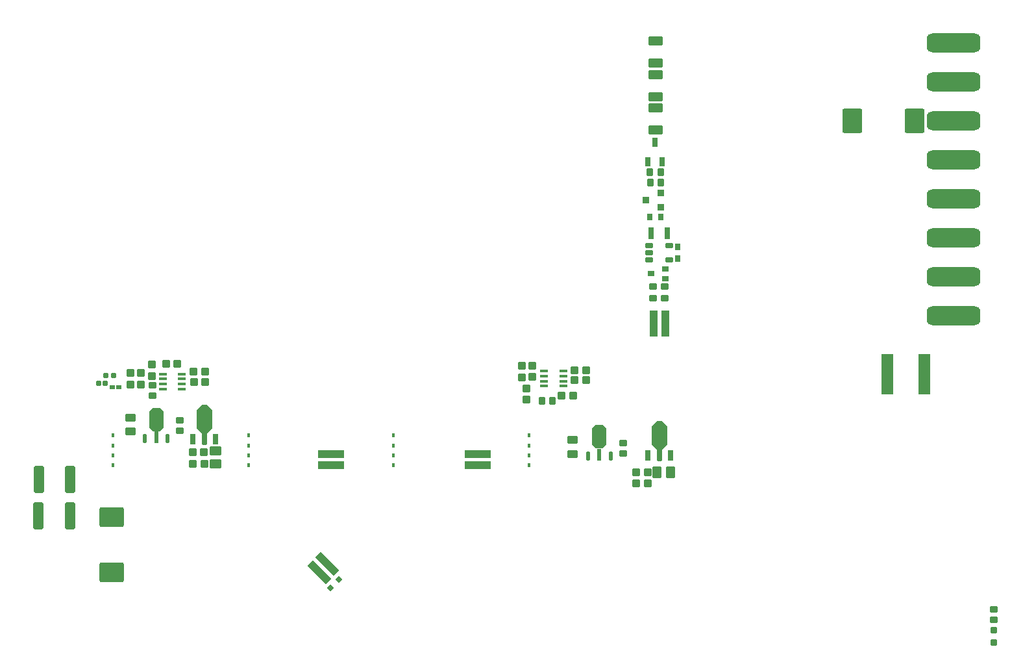
<source format=gtp>
G04*
G04 #@! TF.GenerationSoftware,Altium Limited,Altium Designer,21.7.2 (23)*
G04*
G04 Layer_Color=8421504*
%FSAX25Y25*%
%MOIN*%
G70*
G04*
G04 #@! TF.SameCoordinates,25756C21-EA0E-48A6-96D4-99705350E32D*
G04*
G04*
G04 #@! TF.FilePolarity,Positive*
G04*
G01*
G75*
G04:AMPARAMS|DCode=19|XSize=25.59mil|YSize=27.56mil|CornerRadius=2.56mil|HoleSize=0mil|Usage=FLASHONLY|Rotation=225.000|XOffset=0mil|YOffset=0mil|HoleType=Round|Shape=RoundedRectangle|*
%AMROUNDEDRECTD19*
21,1,0.02559,0.02244,0,0,225.0*
21,1,0.02047,0.02756,0,0,225.0*
1,1,0.00512,-0.01517,0.00070*
1,1,0.00512,-0.00070,0.01517*
1,1,0.00512,0.01517,-0.00070*
1,1,0.00512,0.00070,-0.01517*
%
%ADD19ROUNDEDRECTD19*%
G04:AMPARAMS|DCode=20|XSize=35.43mil|YSize=27.56mil|CornerRadius=2.07mil|HoleSize=0mil|Usage=FLASHONLY|Rotation=90.000|XOffset=0mil|YOffset=0mil|HoleType=Round|Shape=RoundedRectangle|*
%AMROUNDEDRECTD20*
21,1,0.03543,0.02343,0,0,90.0*
21,1,0.03130,0.02756,0,0,90.0*
1,1,0.00413,0.01171,0.01565*
1,1,0.00413,0.01171,-0.01565*
1,1,0.00413,-0.01171,-0.01565*
1,1,0.00413,-0.01171,0.01565*
%
%ADD20ROUNDEDRECTD20*%
G04:AMPARAMS|DCode=21|XSize=39.37mil|YSize=31.5mil|CornerRadius=2.36mil|HoleSize=0mil|Usage=FLASHONLY|Rotation=270.000|XOffset=0mil|YOffset=0mil|HoleType=Round|Shape=RoundedRectangle|*
%AMROUNDEDRECTD21*
21,1,0.03937,0.02677,0,0,270.0*
21,1,0.03465,0.03150,0,0,270.0*
1,1,0.00472,-0.01339,-0.01732*
1,1,0.00472,-0.01339,0.01732*
1,1,0.00472,0.01339,0.01732*
1,1,0.00472,0.01339,-0.01732*
%
%ADD21ROUNDEDRECTD21*%
G04:AMPARAMS|DCode=22|XSize=37.4mil|YSize=31.5mil|CornerRadius=2.36mil|HoleSize=0mil|Usage=FLASHONLY|Rotation=90.000|XOffset=0mil|YOffset=0mil|HoleType=Round|Shape=RoundedRectangle|*
%AMROUNDEDRECTD22*
21,1,0.03740,0.02677,0,0,90.0*
21,1,0.03268,0.03150,0,0,90.0*
1,1,0.00472,0.01339,0.01634*
1,1,0.00472,0.01339,-0.01634*
1,1,0.00472,-0.01339,-0.01634*
1,1,0.00472,-0.01339,0.01634*
%
%ADD22ROUNDEDRECTD22*%
G04:AMPARAMS|DCode=23|XSize=37.4mil|YSize=31.5mil|CornerRadius=2.36mil|HoleSize=0mil|Usage=FLASHONLY|Rotation=0.000|XOffset=0mil|YOffset=0mil|HoleType=Round|Shape=RoundedRectangle|*
%AMROUNDEDRECTD23*
21,1,0.03740,0.02677,0,0,0.0*
21,1,0.03268,0.03150,0,0,0.0*
1,1,0.00472,0.01634,-0.01339*
1,1,0.00472,-0.01634,-0.01339*
1,1,0.00472,-0.01634,0.01339*
1,1,0.00472,0.01634,0.01339*
%
%ADD23ROUNDEDRECTD23*%
G04:AMPARAMS|DCode=24|XSize=57.09mil|YSize=29.53mil|CornerRadius=2.22mil|HoleSize=0mil|Usage=FLASHONLY|Rotation=90.000|XOffset=0mil|YOffset=0mil|HoleType=Round|Shape=RoundedRectangle|*
%AMROUNDEDRECTD24*
21,1,0.05709,0.02510,0,0,90.0*
21,1,0.05266,0.02953,0,0,90.0*
1,1,0.00443,0.01255,0.02633*
1,1,0.00443,0.01255,-0.02633*
1,1,0.00443,-0.01255,-0.02633*
1,1,0.00443,-0.01255,0.02633*
%
%ADD24ROUNDEDRECTD24*%
G04:AMPARAMS|DCode=25|XSize=137.8mil|YSize=55.12mil|CornerRadius=6.89mil|HoleSize=0mil|Usage=FLASHONLY|Rotation=90.000|XOffset=0mil|YOffset=0mil|HoleType=Round|Shape=RoundedRectangle|*
%AMROUNDEDRECTD25*
21,1,0.13780,0.04134,0,0,90.0*
21,1,0.12402,0.05512,0,0,90.0*
1,1,0.01378,0.02067,0.06201*
1,1,0.01378,0.02067,-0.06201*
1,1,0.01378,-0.02067,-0.06201*
1,1,0.01378,-0.02067,0.06201*
%
%ADD25ROUNDEDRECTD25*%
G04:AMPARAMS|DCode=26|XSize=37.4mil|YSize=33.47mil|CornerRadius=2.51mil|HoleSize=0mil|Usage=FLASHONLY|Rotation=0.000|XOffset=0mil|YOffset=0mil|HoleType=Round|Shape=RoundedRectangle|*
%AMROUNDEDRECTD26*
21,1,0.03740,0.02845,0,0,0.0*
21,1,0.03238,0.03347,0,0,0.0*
1,1,0.00502,0.01619,-0.01422*
1,1,0.00502,-0.01619,-0.01422*
1,1,0.00502,-0.01619,0.01422*
1,1,0.00502,0.01619,0.01422*
%
%ADD26ROUNDEDRECTD26*%
G04:AMPARAMS|DCode=27|XSize=43.31mil|YSize=15.75mil|CornerRadius=1.58mil|HoleSize=0mil|Usage=FLASHONLY|Rotation=180.000|XOffset=0mil|YOffset=0mil|HoleType=Round|Shape=RoundedRectangle|*
%AMROUNDEDRECTD27*
21,1,0.04331,0.01260,0,0,180.0*
21,1,0.04016,0.01575,0,0,180.0*
1,1,0.00315,-0.02008,0.00630*
1,1,0.00315,0.02008,0.00630*
1,1,0.00315,0.02008,-0.00630*
1,1,0.00315,-0.02008,-0.00630*
%
%ADD27ROUNDEDRECTD27*%
G04:AMPARAMS|DCode=28|XSize=37.4mil|YSize=37.4mil|CornerRadius=2.81mil|HoleSize=0mil|Usage=FLASHONLY|Rotation=90.000|XOffset=0mil|YOffset=0mil|HoleType=Round|Shape=RoundedRectangle|*
%AMROUNDEDRECTD28*
21,1,0.03740,0.03179,0,0,90.0*
21,1,0.03179,0.03740,0,0,90.0*
1,1,0.00561,0.01590,0.01590*
1,1,0.00561,0.01590,-0.01590*
1,1,0.00561,-0.01590,-0.01590*
1,1,0.00561,-0.01590,0.01590*
%
%ADD28ROUNDEDRECTD28*%
G04:AMPARAMS|DCode=29|XSize=37.4mil|YSize=37.4mil|CornerRadius=2.81mil|HoleSize=0mil|Usage=FLASHONLY|Rotation=180.000|XOffset=0mil|YOffset=0mil|HoleType=Round|Shape=RoundedRectangle|*
%AMROUNDEDRECTD29*
21,1,0.03740,0.03179,0,0,180.0*
21,1,0.03179,0.03740,0,0,180.0*
1,1,0.00561,-0.01590,0.01590*
1,1,0.00561,0.01590,0.01590*
1,1,0.00561,0.01590,-0.01590*
1,1,0.00561,-0.01590,-0.01590*
%
%ADD29ROUNDEDRECTD29*%
G04:AMPARAMS|DCode=30|XSize=57.09mil|YSize=49.21mil|CornerRadius=3.69mil|HoleSize=0mil|Usage=FLASHONLY|Rotation=0.000|XOffset=0mil|YOffset=0mil|HoleType=Round|Shape=RoundedRectangle|*
%AMROUNDEDRECTD30*
21,1,0.05709,0.04183,0,0,0.0*
21,1,0.04970,0.04921,0,0,0.0*
1,1,0.00738,0.02485,-0.02092*
1,1,0.00738,-0.02485,-0.02092*
1,1,0.00738,-0.02485,0.02092*
1,1,0.00738,0.02485,0.02092*
%
%ADD30ROUNDEDRECTD30*%
G04:AMPARAMS|DCode=31|XSize=57.09mil|YSize=49.21mil|CornerRadius=3.69mil|HoleSize=0mil|Usage=FLASHONLY|Rotation=90.000|XOffset=0mil|YOffset=0mil|HoleType=Round|Shape=RoundedRectangle|*
%AMROUNDEDRECTD31*
21,1,0.05709,0.04183,0,0,90.0*
21,1,0.04970,0.04921,0,0,90.0*
1,1,0.00738,0.02092,0.02485*
1,1,0.00738,0.02092,-0.02485*
1,1,0.00738,-0.02092,-0.02485*
1,1,0.00738,-0.02092,0.02485*
%
%ADD31ROUNDEDRECTD31*%
G04:AMPARAMS|DCode=32|XSize=37.4mil|YSize=33.47mil|CornerRadius=2.51mil|HoleSize=0mil|Usage=FLASHONLY|Rotation=270.000|XOffset=0mil|YOffset=0mil|HoleType=Round|Shape=RoundedRectangle|*
%AMROUNDEDRECTD32*
21,1,0.03740,0.02845,0,0,270.0*
21,1,0.03238,0.03347,0,0,270.0*
1,1,0.00502,-0.01422,-0.01619*
1,1,0.00502,-0.01422,0.01619*
1,1,0.00502,0.01422,0.01619*
1,1,0.00502,0.01422,-0.01619*
%
%ADD32ROUNDEDRECTD32*%
G04:AMPARAMS|DCode=33|XSize=25.59mil|YSize=25.59mil|CornerRadius=1.92mil|HoleSize=0mil|Usage=FLASHONLY|Rotation=270.000|XOffset=0mil|YOffset=0mil|HoleType=Round|Shape=RoundedRectangle|*
%AMROUNDEDRECTD33*
21,1,0.02559,0.02175,0,0,270.0*
21,1,0.02175,0.02559,0,0,270.0*
1,1,0.00384,-0.01088,-0.01088*
1,1,0.00384,-0.01088,0.01088*
1,1,0.00384,0.01088,0.01088*
1,1,0.00384,0.01088,-0.01088*
%
%ADD33ROUNDEDRECTD33*%
G04:AMPARAMS|DCode=34|XSize=21.65mil|YSize=23.62mil|CornerRadius=1.62mil|HoleSize=0mil|Usage=FLASHONLY|Rotation=270.000|XOffset=0mil|YOffset=0mil|HoleType=Round|Shape=RoundedRectangle|*
%AMROUNDEDRECTD34*
21,1,0.02165,0.02037,0,0,270.0*
21,1,0.01841,0.02362,0,0,270.0*
1,1,0.00325,-0.01019,-0.00920*
1,1,0.00325,-0.01019,0.00920*
1,1,0.00325,0.01019,0.00920*
1,1,0.00325,0.01019,-0.00920*
%
%ADD34ROUNDEDRECTD34*%
G04:AMPARAMS|DCode=35|XSize=24.41mil|YSize=25.98mil|CornerRadius=1.83mil|HoleSize=0mil|Usage=FLASHONLY|Rotation=90.000|XOffset=0mil|YOffset=0mil|HoleType=Round|Shape=RoundedRectangle|*
%AMROUNDEDRECTD35*
21,1,0.02441,0.02232,0,0,90.0*
21,1,0.02075,0.02598,0,0,90.0*
1,1,0.00366,0.01116,0.01037*
1,1,0.00366,0.01116,-0.01037*
1,1,0.00366,-0.01116,-0.01037*
1,1,0.00366,-0.01116,0.01037*
%
%ADD35ROUNDEDRECTD35*%
G04:AMPARAMS|DCode=36|XSize=208.66mil|YSize=62.99mil|CornerRadius=4.72mil|HoleSize=0mil|Usage=FLASHONLY|Rotation=270.000|XOffset=0mil|YOffset=0mil|HoleType=Round|Shape=RoundedRectangle|*
%AMROUNDEDRECTD36*
21,1,0.20866,0.05354,0,0,270.0*
21,1,0.19921,0.06299,0,0,270.0*
1,1,0.00945,-0.02677,-0.09961*
1,1,0.00945,-0.02677,0.09961*
1,1,0.00945,0.02677,0.09961*
1,1,0.00945,0.02677,-0.09961*
%
%ADD36ROUNDEDRECTD36*%
G04:AMPARAMS|DCode=37|XSize=37.4mil|YSize=37.4mil|CornerRadius=3.74mil|HoleSize=0mil|Usage=FLASHONLY|Rotation=90.000|XOffset=0mil|YOffset=0mil|HoleType=Round|Shape=RoundedRectangle|*
%AMROUNDEDRECTD37*
21,1,0.03740,0.02992,0,0,90.0*
21,1,0.02992,0.03740,0,0,90.0*
1,1,0.00748,0.01496,0.01496*
1,1,0.00748,0.01496,-0.01496*
1,1,0.00748,-0.01496,-0.01496*
1,1,0.00748,-0.01496,0.01496*
%
%ADD37ROUNDEDRECTD37*%
G04:AMPARAMS|DCode=38|XSize=98.43mil|YSize=275.59mil|CornerRadius=29.53mil|HoleSize=0mil|Usage=FLASHONLY|Rotation=90.000|XOffset=0mil|YOffset=0mil|HoleType=Round|Shape=RoundedRectangle|*
%AMROUNDEDRECTD38*
21,1,0.09843,0.21654,0,0,90.0*
21,1,0.03937,0.27559,0,0,90.0*
1,1,0.05906,0.10827,0.01968*
1,1,0.05906,0.10827,-0.01968*
1,1,0.05906,-0.10827,-0.01968*
1,1,0.05906,-0.10827,0.01968*
%
%ADD38ROUNDEDRECTD38*%
G04:AMPARAMS|DCode=39|XSize=27.56mil|YSize=55.12mil|CornerRadius=1.93mil|HoleSize=0mil|Usage=FLASHONLY|Rotation=180.000|XOffset=0mil|YOffset=0mil|HoleType=Round|Shape=RoundedRectangle|*
%AMROUNDEDRECTD39*
21,1,0.02756,0.05126,0,0,180.0*
21,1,0.02370,0.05512,0,0,180.0*
1,1,0.00386,-0.01185,0.02563*
1,1,0.00386,0.01185,0.02563*
1,1,0.00386,0.01185,-0.02563*
1,1,0.00386,-0.01185,-0.02563*
%
%ADD39ROUNDEDRECTD39*%
G04:AMPARAMS|DCode=40|XSize=27.56mil|YSize=59.06mil|CornerRadius=2.34mil|HoleSize=0mil|Usage=FLASHONLY|Rotation=180.000|XOffset=0mil|YOffset=0mil|HoleType=Round|Shape=RoundedRectangle|*
%AMROUNDEDRECTD40*
21,1,0.02756,0.05437,0,0,180.0*
21,1,0.02287,0.05906,0,0,180.0*
1,1,0.00469,-0.01144,0.02718*
1,1,0.00469,0.01144,0.02718*
1,1,0.00469,0.01144,-0.02718*
1,1,0.00469,-0.01144,-0.02718*
%
%ADD40ROUNDEDRECTD40*%
G04:AMPARAMS|DCode=41|XSize=31.5mil|YSize=31.5mil|CornerRadius=3.15mil|HoleSize=0mil|Usage=FLASHONLY|Rotation=0.000|XOffset=0mil|YOffset=0mil|HoleType=Round|Shape=RoundedRectangle|*
%AMROUNDEDRECTD41*
21,1,0.03150,0.02520,0,0,0.0*
21,1,0.02520,0.03150,0,0,0.0*
1,1,0.00630,0.01260,-0.01260*
1,1,0.00630,-0.01260,-0.01260*
1,1,0.00630,-0.01260,0.01260*
1,1,0.00630,0.01260,0.01260*
%
%ADD41ROUNDEDRECTD41*%
G04:AMPARAMS|DCode=42|XSize=70.87mil|YSize=45.28mil|CornerRadius=4.53mil|HoleSize=0mil|Usage=FLASHONLY|Rotation=180.000|XOffset=0mil|YOffset=0mil|HoleType=Round|Shape=RoundedRectangle|*
%AMROUNDEDRECTD42*
21,1,0.07087,0.03622,0,0,180.0*
21,1,0.06181,0.04528,0,0,180.0*
1,1,0.00906,-0.03091,0.01811*
1,1,0.00906,0.03091,0.01811*
1,1,0.00906,0.03091,-0.01811*
1,1,0.00906,-0.03091,-0.01811*
%
%ADD42ROUNDEDRECTD42*%
G04:AMPARAMS|DCode=43|XSize=25.59mil|YSize=47.24mil|CornerRadius=1.92mil|HoleSize=0mil|Usage=FLASHONLY|Rotation=180.000|XOffset=0mil|YOffset=0mil|HoleType=Round|Shape=RoundedRectangle|*
%AMROUNDEDRECTD43*
21,1,0.02559,0.04341,0,0,180.0*
21,1,0.02175,0.04724,0,0,180.0*
1,1,0.00384,-0.01088,0.02170*
1,1,0.00384,0.01088,0.02170*
1,1,0.00384,0.01088,-0.02170*
1,1,0.00384,-0.01088,-0.02170*
%
%ADD43ROUNDEDRECTD43*%
G04:AMPARAMS|DCode=44|XSize=39.37mil|YSize=31.5mil|CornerRadius=3.15mil|HoleSize=0mil|Usage=FLASHONLY|Rotation=180.000|XOffset=0mil|YOffset=0mil|HoleType=Round|Shape=RoundedRectangle|*
%AMROUNDEDRECTD44*
21,1,0.03937,0.02520,0,0,180.0*
21,1,0.03307,0.03150,0,0,180.0*
1,1,0.00630,-0.01654,0.01260*
1,1,0.00630,0.01654,0.01260*
1,1,0.00630,0.01654,-0.01260*
1,1,0.00630,-0.01654,-0.01260*
%
%ADD44ROUNDEDRECTD44*%
G04:AMPARAMS|DCode=45|XSize=133.86mil|YSize=41.34mil|CornerRadius=4.13mil|HoleSize=0mil|Usage=FLASHONLY|Rotation=90.000|XOffset=0mil|YOffset=0mil|HoleType=Round|Shape=RoundedRectangle|*
%AMROUNDEDRECTD45*
21,1,0.13386,0.03307,0,0,90.0*
21,1,0.12559,0.04134,0,0,90.0*
1,1,0.00827,0.01654,0.06280*
1,1,0.00827,0.01654,-0.06280*
1,1,0.00827,-0.01654,-0.06280*
1,1,0.00827,-0.01654,0.06280*
%
%ADD45ROUNDEDRECTD45*%
G04:AMPARAMS|DCode=46|XSize=27.56mil|YSize=33.47mil|CornerRadius=2.76mil|HoleSize=0mil|Usage=FLASHONLY|Rotation=0.000|XOffset=0mil|YOffset=0mil|HoleType=Round|Shape=RoundedRectangle|*
%AMROUNDEDRECTD46*
21,1,0.02756,0.02795,0,0,0.0*
21,1,0.02205,0.03347,0,0,0.0*
1,1,0.00551,0.01102,-0.01398*
1,1,0.00551,-0.01102,-0.01398*
1,1,0.00551,-0.01102,0.01398*
1,1,0.00551,0.01102,0.01398*
%
%ADD46ROUNDEDRECTD46*%
G04:AMPARAMS|DCode=47|XSize=23.62mil|YSize=39.37mil|CornerRadius=2.95mil|HoleSize=0mil|Usage=FLASHONLY|Rotation=270.000|XOffset=0mil|YOffset=0mil|HoleType=Round|Shape=RoundedRectangle|*
%AMROUNDEDRECTD47*
21,1,0.02362,0.03347,0,0,270.0*
21,1,0.01772,0.03937,0,0,270.0*
1,1,0.00591,-0.01673,-0.00886*
1,1,0.00591,-0.01673,0.00886*
1,1,0.00591,0.01673,0.00886*
1,1,0.00591,0.01673,-0.00886*
%
%ADD47ROUNDEDRECTD47*%
G04:AMPARAMS|DCode=48|XSize=27.56mil|YSize=35.43mil|CornerRadius=2.76mil|HoleSize=0mil|Usage=FLASHONLY|Rotation=270.000|XOffset=0mil|YOffset=0mil|HoleType=Round|Shape=RoundedRectangle|*
%AMROUNDEDRECTD48*
21,1,0.02756,0.02992,0,0,270.0*
21,1,0.02205,0.03543,0,0,270.0*
1,1,0.00551,-0.01496,-0.01102*
1,1,0.00551,-0.01496,0.01102*
1,1,0.00551,0.01496,0.01102*
1,1,0.00551,0.01496,-0.01102*
%
%ADD48ROUNDEDRECTD48*%
G04:AMPARAMS|DCode=49|XSize=31.5mil|YSize=35.43mil|CornerRadius=3.15mil|HoleSize=0mil|Usage=FLASHONLY|Rotation=270.000|XOffset=0mil|YOffset=0mil|HoleType=Round|Shape=RoundedRectangle|*
%AMROUNDEDRECTD49*
21,1,0.03150,0.02913,0,0,270.0*
21,1,0.02520,0.03543,0,0,270.0*
1,1,0.00630,-0.01457,-0.01260*
1,1,0.00630,-0.01457,0.01260*
1,1,0.00630,0.01457,0.01260*
1,1,0.00630,0.01457,-0.01260*
%
%ADD49ROUNDEDRECTD49*%
G04:AMPARAMS|DCode=50|XSize=55.12mil|YSize=39.37mil|CornerRadius=4.92mil|HoleSize=0mil|Usage=FLASHONLY|Rotation=180.000|XOffset=0mil|YOffset=0mil|HoleType=Round|Shape=RoundedRectangle|*
%AMROUNDEDRECTD50*
21,1,0.05512,0.02953,0,0,180.0*
21,1,0.04528,0.03937,0,0,180.0*
1,1,0.00984,-0.02264,0.01476*
1,1,0.00984,0.02264,0.01476*
1,1,0.00984,0.02264,-0.01476*
1,1,0.00984,-0.02264,-0.01476*
%
%ADD50ROUNDEDRECTD50*%
G04:AMPARAMS|DCode=51|XSize=70.87mil|YSize=118.11mil|CornerRadius=0mil|HoleSize=0mil|Usage=FLASHONLY|Rotation=180.000|XOffset=0mil|YOffset=0mil|HoleType=Round|Shape=Octagon|*
%AMOCTAGOND51*
4,1,8,0.01772,-0.05906,-0.01772,-0.05906,-0.03543,-0.04134,-0.03543,0.04134,-0.01772,0.05906,0.01772,0.05906,0.03543,0.04134,0.03543,-0.04134,0.01772,-0.05906,0.0*
%
%ADD51OCTAGOND51*%

G04:AMPARAMS|DCode=52|XSize=19.68mil|YSize=47.24mil|CornerRadius=1.97mil|HoleSize=0mil|Usage=FLASHONLY|Rotation=180.000|XOffset=0mil|YOffset=0mil|HoleType=Round|Shape=RoundedRectangle|*
%AMROUNDEDRECTD52*
21,1,0.01968,0.04331,0,0,180.0*
21,1,0.01575,0.04724,0,0,180.0*
1,1,0.00394,-0.00787,0.02165*
1,1,0.00394,0.00787,0.02165*
1,1,0.00394,0.00787,-0.02165*
1,1,0.00394,-0.00787,-0.02165*
%
%ADD52ROUNDEDRECTD52*%
G04:AMPARAMS|DCode=53|XSize=19.68mil|YSize=62.99mil|CornerRadius=1.97mil|HoleSize=0mil|Usage=FLASHONLY|Rotation=180.000|XOffset=0mil|YOffset=0mil|HoleType=Round|Shape=RoundedRectangle|*
%AMROUNDEDRECTD53*
21,1,0.01968,0.05906,0,0,180.0*
21,1,0.01575,0.06299,0,0,180.0*
1,1,0.00394,-0.00787,0.02953*
1,1,0.00394,0.00787,0.02953*
1,1,0.00394,0.00787,-0.02953*
1,1,0.00394,-0.00787,-0.02953*
%
%ADD53ROUNDEDRECTD53*%
G04:AMPARAMS|DCode=54|XSize=133.86mil|YSize=41.34mil|CornerRadius=4.13mil|HoleSize=0mil|Usage=FLASHONLY|Rotation=315.000|XOffset=0mil|YOffset=0mil|HoleType=Round|Shape=RoundedRectangle|*
%AMROUNDEDRECTD54*
21,1,0.13386,0.03307,0,0,315.0*
21,1,0.12559,0.04134,0,0,315.0*
1,1,0.00827,0.03271,-0.05610*
1,1,0.00827,-0.05610,0.03271*
1,1,0.00827,-0.03271,0.05610*
1,1,0.00827,0.05610,-0.03271*
%
%ADD54ROUNDEDRECTD54*%
G04:AMPARAMS|DCode=55|XSize=125.98mil|YSize=103.15mil|CornerRadius=10.32mil|HoleSize=0mil|Usage=FLASHONLY|Rotation=270.000|XOffset=0mil|YOffset=0mil|HoleType=Round|Shape=RoundedRectangle|*
%AMROUNDEDRECTD55*
21,1,0.12598,0.08252,0,0,270.0*
21,1,0.10535,0.10315,0,0,270.0*
1,1,0.02063,-0.04126,-0.05268*
1,1,0.02063,-0.04126,0.05268*
1,1,0.02063,0.04126,0.05268*
1,1,0.02063,0.04126,-0.05268*
%
%ADD55ROUNDEDRECTD55*%
G04:AMPARAMS|DCode=56|XSize=133.86mil|YSize=41.34mil|CornerRadius=4.13mil|HoleSize=0mil|Usage=FLASHONLY|Rotation=0.000|XOffset=0mil|YOffset=0mil|HoleType=Round|Shape=RoundedRectangle|*
%AMROUNDEDRECTD56*
21,1,0.13386,0.03307,0,0,0.0*
21,1,0.12559,0.04134,0,0,0.0*
1,1,0.00827,0.06280,-0.01654*
1,1,0.00827,-0.06280,-0.01654*
1,1,0.00827,-0.06280,0.01654*
1,1,0.00827,0.06280,0.01654*
%
%ADD56ROUNDEDRECTD56*%
G04:AMPARAMS|DCode=57|XSize=125.98mil|YSize=102.36mil|CornerRadius=10.24mil|HoleSize=0mil|Usage=FLASHONLY|Rotation=180.000|XOffset=0mil|YOffset=0mil|HoleType=Round|Shape=RoundedRectangle|*
%AMROUNDEDRECTD57*
21,1,0.12598,0.08189,0,0,180.0*
21,1,0.10551,0.10236,0,0,180.0*
1,1,0.02047,-0.05276,0.04095*
1,1,0.02047,0.05276,0.04095*
1,1,0.02047,0.05276,-0.04095*
1,1,0.02047,-0.05276,-0.04095*
%
%ADD57ROUNDEDRECTD57*%
G04:AMPARAMS|DCode=58|XSize=18.9mil|YSize=15.75mil|CornerRadius=1.58mil|HoleSize=0mil|Usage=FLASHONLY|Rotation=270.000|XOffset=0mil|YOffset=0mil|HoleType=Round|Shape=RoundedRectangle|*
%AMROUNDEDRECTD58*
21,1,0.01890,0.01260,0,0,270.0*
21,1,0.01575,0.01575,0,0,270.0*
1,1,0.00315,-0.00630,-0.00787*
1,1,0.00315,-0.00630,0.00787*
1,1,0.00315,0.00630,0.00787*
1,1,0.00315,0.00630,-0.00787*
%
%ADD58ROUNDEDRECTD58*%
G36*
X0190059Y0314173D02*
Y0304724D01*
X0187500Y0302165D01*
Y0301378D01*
X0184744Y0301378D01*
X0184744Y0302165D01*
X0182185Y0304724D01*
Y0314173D01*
X0184744Y0316732D01*
X0187500D01*
X0190059Y0314173D01*
D02*
G37*
G36*
X0423721Y0305807D02*
Y0296358D01*
X0421161Y0293799D01*
X0421161Y0293012D01*
X0418405D01*
Y0293799D01*
X0415846Y0296358D01*
Y0305807D01*
X0418405Y0308366D01*
X0421161D01*
X0423721Y0305807D01*
D02*
G37*
D19*
X0250795Y0222843D02*
D03*
X0255110Y0227157D02*
D03*
D20*
X0414980Y0413110D02*
D03*
X0420492D02*
D03*
D21*
X0420472Y0436024D02*
D03*
X0414961D02*
D03*
D22*
X0415256Y0430807D02*
D03*
X0420571D02*
D03*
D23*
X0591634Y0211713D02*
D03*
Y0206398D02*
D03*
D24*
X0423917Y0404921D02*
D03*
X0415453D02*
D03*
D25*
X0100906Y0259882D02*
D03*
X0117047D02*
D03*
X0101181Y0278524D02*
D03*
X0117323D02*
D03*
D26*
X0159508Y0321437D02*
D03*
Y0326752D02*
D03*
X0173622Y0303543D02*
D03*
Y0308858D02*
D03*
X0401161Y0291634D02*
D03*
Y0296949D02*
D03*
D27*
X0174646Y0324921D02*
D03*
Y0327480D02*
D03*
Y0330039D02*
D03*
Y0332598D02*
D03*
X0164803Y0332598D02*
D03*
X0164803Y0330039D02*
D03*
X0164803Y0327480D02*
D03*
X0164803Y0324921D02*
D03*
X0360531Y0326279D02*
D03*
X0360531Y0328839D02*
D03*
X0360531Y0331398D02*
D03*
X0360531Y0333957D02*
D03*
X0370374D02*
D03*
Y0331398D02*
D03*
Y0328839D02*
D03*
Y0326279D02*
D03*
D28*
X0166378Y0337717D02*
D03*
X0172283D02*
D03*
X0180748Y0328563D02*
D03*
X0186653D02*
D03*
X0376181Y0329528D02*
D03*
X0382087D02*
D03*
X0369547Y0321457D02*
D03*
X0375453D02*
D03*
X0186122Y0286516D02*
D03*
X0180217D02*
D03*
X0413878Y0276575D02*
D03*
X0407972D02*
D03*
X0186575Y0333780D02*
D03*
X0180669D02*
D03*
X0382146Y0334488D02*
D03*
X0376240D02*
D03*
D29*
X0159311Y0331437D02*
D03*
Y0337343D02*
D03*
X0153405Y0327244D02*
D03*
Y0333150D02*
D03*
X0349134Y0336831D02*
D03*
Y0330925D02*
D03*
X0354587Y0331004D02*
D03*
Y0336909D02*
D03*
X0351614Y0319331D02*
D03*
Y0325236D02*
D03*
X0148189Y0327244D02*
D03*
Y0333150D02*
D03*
D30*
X0191929Y0286319D02*
D03*
X0191929Y0293012D02*
D03*
D31*
X0425394Y0282087D02*
D03*
X0418701Y0282087D02*
D03*
D32*
X0359390Y0318799D02*
D03*
X0364705D02*
D03*
D33*
X0139469Y0331693D02*
D03*
X0135531D02*
D03*
D34*
X0142323Y0325787D02*
D03*
X0138976D02*
D03*
D35*
X0131890Y0327756D02*
D03*
X0135354D02*
D03*
D36*
X0536909Y0332382D02*
D03*
X0556004D02*
D03*
D37*
X0413779Y0282087D02*
D03*
X0407874Y0282087D02*
D03*
X0186024Y0292520D02*
D03*
X0180118Y0292520D02*
D03*
D38*
X0570866Y0382469D02*
D03*
Y0362481D02*
D03*
Y0402469D02*
D03*
Y0422469D02*
D03*
Y0442469D02*
D03*
Y0462284D02*
D03*
Y0482469D02*
D03*
Y0502469D02*
D03*
D39*
X0425689Y0290650D02*
D03*
X0413878D02*
D03*
X0180217Y0299016D02*
D03*
X0192027Y0299016D02*
D03*
D40*
X0419783Y0290846D02*
D03*
X0186122Y0299213D02*
D03*
D41*
X0591634Y0201181D02*
D03*
Y0194882D02*
D03*
D42*
X0418012Y0474803D02*
D03*
X0418012Y0486221D02*
D03*
X0418012Y0492028D02*
D03*
X0418012Y0503445D02*
D03*
X0417913Y0457677D02*
D03*
X0417913Y0469095D02*
D03*
D43*
X0417618Y0451575D02*
D03*
X0421358Y0441339D02*
D03*
X0413878D02*
D03*
D44*
X0416437Y0371457D02*
D03*
Y0377362D02*
D03*
X0422539Y0371457D02*
D03*
Y0377362D02*
D03*
D45*
X0416929Y0358563D02*
D03*
X0422835D02*
D03*
D46*
X0429331Y0391634D02*
D03*
Y0397736D02*
D03*
D47*
X0424705Y0398425D02*
D03*
X0414468Y0390945D02*
D03*
Y0394685D02*
D03*
X0414468Y0398425D02*
D03*
X0424705Y0390945D02*
D03*
D48*
X0423032Y0381398D02*
D03*
Y0386516D02*
D03*
X0415551Y0383957D02*
D03*
D49*
X0420630Y0418110D02*
D03*
Y0425591D02*
D03*
X0412756Y0421850D02*
D03*
D50*
X0375295Y0298622D02*
D03*
Y0291535D02*
D03*
X0148130Y0310039D02*
D03*
Y0302953D02*
D03*
D51*
X0388976Y0300295D02*
D03*
X0161417Y0309252D02*
D03*
D52*
X0394882Y0290453D02*
D03*
X0383071D02*
D03*
X0167323Y0299409D02*
D03*
X0155512D02*
D03*
D53*
X0388976Y0291240D02*
D03*
X0161417Y0300197D02*
D03*
D54*
X0245156Y0230885D02*
D03*
X0249332Y0235060D02*
D03*
D55*
X0550787Y0462303D02*
D03*
X0518898D02*
D03*
D56*
X0251181Y0285630D02*
D03*
Y0291535D02*
D03*
X0326476Y0285630D02*
D03*
Y0291535D02*
D03*
D57*
X0138386Y0258957D02*
D03*
Y0230610D02*
D03*
D58*
X0139075Y0290886D02*
D03*
Y0285689D02*
D03*
Y0295925D02*
D03*
Y0301122D02*
D03*
X0208760Y0290886D02*
D03*
Y0285689D02*
D03*
X0283169Y0290886D02*
D03*
Y0285689D02*
D03*
Y0295925D02*
D03*
Y0301122D02*
D03*
X0208760Y0295925D02*
D03*
Y0301122D02*
D03*
X0352756Y0290886D02*
D03*
Y0295925D02*
D03*
Y0301122D02*
D03*
Y0285689D02*
D03*
M02*

</source>
